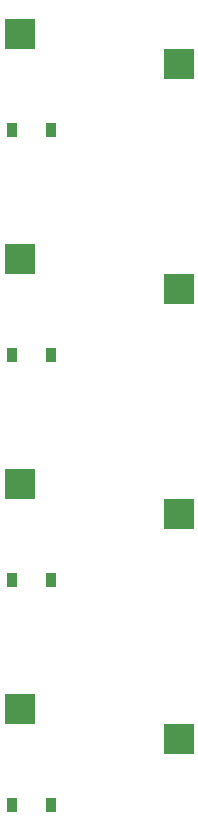
<source format=gtp>
%TF.GenerationSoftware,KiCad,Pcbnew,5.0.0+dfsg1-2*%
%TF.CreationDate,2019-02-10T19:26:03+01:00*%
%TF.ProjectId,yatara-puno-mx-4,7961746172612D70756E6F2D6D782D34,0.2*%
%TF.SameCoordinates,Original*%
%TF.FileFunction,Paste,Top*%
%TF.FilePolarity,Positive*%
%FSLAX46Y46*%
G04 Gerber Fmt 4.6, Leading zero omitted, Abs format (unit mm)*
G04 Created by KiCad (PCBNEW 5.0.0+dfsg1-2) date Sun Feb 10 19:26:03 2019*
%MOMM*%
%LPD*%
G01*
G04 APERTURE LIST*
%ADD10R,0.900000X1.200000*%
%ADD11R,2.550000X2.500000*%
G04 APERTURE END LIST*
D10*
X67270000Y-46098000D03*
X70570000Y-46098000D03*
X67270000Y-65148000D03*
X70570000Y-65148000D03*
X67270000Y-84198000D03*
X70570000Y-84198000D03*
X67270000Y-103248000D03*
X70570000Y-103248000D03*
D11*
X81360000Y-40510000D03*
X67910000Y-37970000D03*
X67910000Y-95120000D03*
X81360000Y-97660000D03*
X81360000Y-78610000D03*
X67910000Y-76070000D03*
X67910000Y-57020000D03*
X81360000Y-59560000D03*
M02*

</source>
